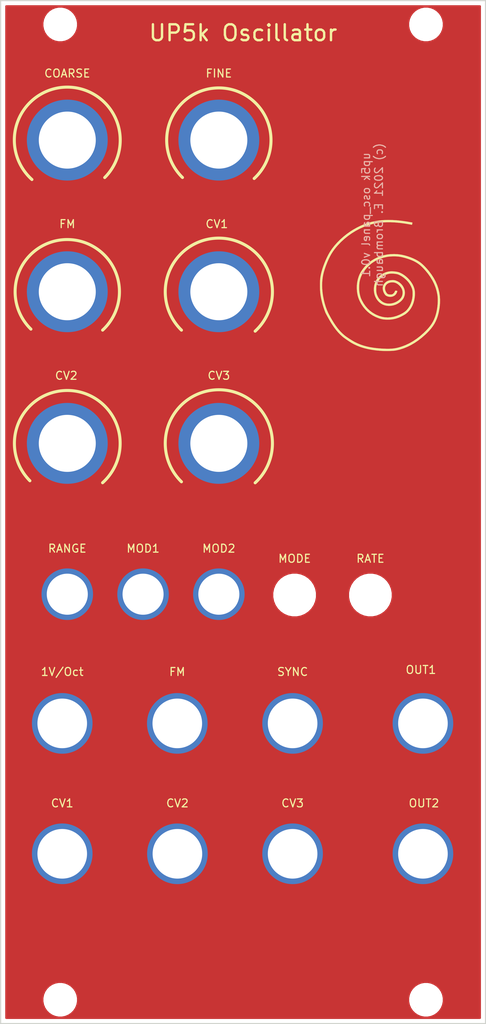
<source format=kicad_pcb>
(kicad_pcb (version 20171130) (host pcbnew 5.1.9-1.fc32)

  (general
    (thickness 1.6)
    (drawings 34)
    (tracks 0)
    (zones 0)
    (modules 24)
    (nets 2)
  )

  (page A4)
  (layers
    (0 F.Cu signal)
    (31 B.Cu signal)
    (32 B.Adhes user)
    (33 F.Adhes user)
    (34 B.Paste user)
    (35 F.Paste user)
    (36 B.SilkS user)
    (37 F.SilkS user)
    (38 B.Mask user)
    (39 F.Mask user)
    (40 Dwgs.User user)
    (41 Cmts.User user)
    (42 Eco1.User user)
    (43 Eco2.User user)
    (44 Edge.Cuts user)
    (45 Margin user)
    (46 B.CrtYd user)
    (47 F.CrtYd user)
    (48 B.Fab user hide)
    (49 F.Fab user)
  )

  (setup
    (last_trace_width 0.1524)
    (trace_clearance 0.1524)
    (zone_clearance 0.508)
    (zone_45_only no)
    (trace_min 0.127)
    (via_size 0.4572)
    (via_drill 0.254)
    (via_min_size 0.4572)
    (via_min_drill 0.254)
    (uvia_size 0.3)
    (uvia_drill 0.1)
    (uvias_allowed no)
    (uvia_min_size 0.2)
    (uvia_min_drill 0.1)
    (edge_width 0.15)
    (segment_width 0.2)
    (pcb_text_width 0.3)
    (pcb_text_size 1.5 1.5)
    (mod_edge_width 0.15)
    (mod_text_size 1 1)
    (mod_text_width 0.15)
    (pad_size 1.524 1.524)
    (pad_drill 0.762)
    (pad_to_mask_clearance 0.051)
    (solder_mask_min_width 0.25)
    (aux_axis_origin 0 0)
    (visible_elements FFFFFF7F)
    (pcbplotparams
      (layerselection 0x010fc_ffffffff)
      (usegerberextensions false)
      (usegerberattributes true)
      (usegerberadvancedattributes true)
      (creategerberjobfile true)
      (excludeedgelayer true)
      (linewidth 0.100000)
      (plotframeref false)
      (viasonmask false)
      (mode 1)
      (useauxorigin false)
      (hpglpennumber 1)
      (hpglpenspeed 20)
      (hpglpendiameter 15.000000)
      (psnegative false)
      (psa4output false)
      (plotreference true)
      (plotvalue true)
      (plotinvisibletext false)
      (padsonsilk false)
      (subtractmaskfromsilk false)
      (outputformat 1)
      (mirror false)
      (drillshape 0)
      (scaleselection 1)
      (outputdirectory "gerber/"))
  )

  (net 0 "")
  (net 1 GND)

  (net_class Default "This is the default net class."
    (clearance 0.1524)
    (trace_width 0.1524)
    (via_dia 0.4572)
    (via_drill 0.254)
    (uvia_dia 0.3)
    (uvia_drill 0.1)
    (add_net GND)
  )

  (net_class Power ""
    (clearance 0.127)
    (trace_width 0.254)
    (via_dia 0.4572)
    (via_drill 0.254)
    (uvia_dia 0.3)
    (uvia_drill 0.1)
  )

  (module footprints:avatar (layer F.Cu) (tedit 0) (tstamp 60677171)
    (at 148.209 74.676)
    (fp_text reference Ref** (at 0 0) (layer F.SilkS) hide
      (effects (font (size 1.27 1.27) (thickness 0.15)))
    )
    (fp_text value Val** (at 0 0) (layer F.SilkS) hide
      (effects (font (size 1.27 1.27) (thickness 0.15)))
    )
    (fp_poly (pts (xy 1.386381 -6.975417) (xy 1.97671 -6.936206) (xy 2.593709 -6.869012) (xy 3.239775 -6.774165)
      (xy 3.513667 -6.727352) (xy 3.633075 -6.706037) (xy 3.73694 -6.687274) (xy 3.818543 -6.672295)
      (xy 3.871166 -6.662332) (xy 3.888185 -6.658681) (xy 3.886397 -6.637112) (xy 3.876062 -6.580883)
      (xy 3.858454 -6.49651) (xy 3.842039 -6.42223) (xy 3.832086 -6.378043) (xy 3.561752 -6.42812)
      (xy 2.911862 -6.537546) (xy 2.292121 -6.61925) (xy 1.700695 -6.673246) (xy 1.135752 -6.699548)
      (xy 0.595458 -6.698171) (xy 0.07798 -6.669128) (xy -0.418514 -6.612435) (xy -0.895857 -6.528104)
      (xy -1.171446 -6.464843) (xy -1.701797 -6.311058) (xy -2.226876 -6.116898) (xy -2.743727 -5.884259)
      (xy -3.249394 -5.615037) (xy -3.740923 -5.311127) (xy -4.21536 -4.974424) (xy -4.669748 -4.606825)
      (xy -5.101133 -4.210224) (xy -5.50656 -3.786518) (xy -5.706232 -3.556) (xy -5.919818 -3.287335)
      (xy -6.117107 -3.010236) (xy -6.300908 -2.719515) (xy -6.474029 -2.409986) (xy -6.63928 -2.076463)
      (xy -6.799468 -1.713759) (xy -6.957403 -1.316688) (xy -7.040601 -1.092065) (xy -7.160209 -0.742618)
      (xy -7.256647 -0.415907) (xy -7.332282 -0.1009) (xy -7.389478 0.213432) (xy -7.430599 0.538119)
      (xy -7.455489 0.843088) (xy -7.467074 1.257508) (xy -7.451652 1.691036) (xy -7.410663 2.136833)
      (xy -7.345546 2.588058) (xy -7.257743 3.037872) (xy -7.148694 3.479435) (xy -7.019838 3.905908)
      (xy -6.872618 4.310451) (xy -6.708472 4.686224) (xy -6.602022 4.895845) (xy -6.379604 5.298865)
      (xy -6.166147 5.664489) (xy -5.959124 5.996068) (xy -5.756009 6.29695) (xy -5.554277 6.570486)
      (xy -5.3514 6.820026) (xy -5.144854 7.048918) (xy -4.932113 7.260513) (xy -4.710649 7.45816)
      (xy -4.602199 7.547697) (xy -4.489333 7.633945) (xy -4.34761 7.734959) (xy -4.1854 7.845357)
      (xy -4.011076 7.959755) (xy -3.833011 8.072768) (xy -3.659574 8.179013) (xy -3.499139 8.273105)
      (xy -3.360078 8.349662) (xy -3.334484 8.362951) (xy -2.985297 8.529489) (xy -2.626301 8.675444)
      (xy -2.253539 8.801712) (xy -1.863055 8.909195) (xy -1.450894 8.998789) (xy -1.0131 9.071395)
      (xy -0.545715 9.127911) (xy -0.044786 9.169235) (xy 0.297678 9.188238) (xy 0.648963 9.199587)
      (xy 0.967175 9.198962) (xy 1.260109 9.185435) (xy 1.535558 9.158073) (xy 1.801319 9.115947)
      (xy 2.065185 9.058127) (xy 2.33495 8.983681) (xy 2.529417 8.921864) (xy 3.01226 8.739791)
      (xy 3.484241 8.518587) (xy 3.946063 8.257791) (xy 4.398428 7.956947) (xy 4.842037 7.615593)
      (xy 5.277593 7.233272) (xy 5.61066 6.907887) (xy 5.874221 6.625098) (xy 6.101781 6.350178)
      (xy 6.297228 6.076818) (xy 6.464448 5.798708) (xy 6.60733 5.50954) (xy 6.729761 5.203005)
      (xy 6.808779 4.963584) (xy 6.89538 4.640841) (xy 6.965834 4.298661) (xy 7.019406 3.945566)
      (xy 7.055361 3.590078) (xy 7.072965 3.240717) (xy 7.071482 2.906004) (xy 7.050179 2.594461)
      (xy 7.027796 2.423584) (xy 6.933675 1.961466) (xy 6.798964 1.508205) (xy 6.623472 1.063431)
      (xy 6.407005 0.626775) (xy 6.149372 0.197867) (xy 5.85038 -0.223662) (xy 5.509836 -0.638181)
      (xy 5.329113 -0.837386) (xy 5.150325 -1.023313) (xy 4.98703 -1.18108) (xy 4.830967 -1.317568)
      (xy 4.673874 -1.439657) (xy 4.50749 -1.554228) (xy 4.352013 -1.651188) (xy 4.117595 -1.779033)
      (xy 3.849789 -1.90287) (xy 3.557527 -2.019723) (xy 3.249742 -2.12662) (xy 2.935367 -2.220584)
      (xy 2.623335 -2.298643) (xy 2.322577 -2.357822) (xy 2.155868 -2.382444) (xy 1.977113 -2.399221)
      (xy 1.770887 -2.408673) (xy 1.548643 -2.411038) (xy 1.321836 -2.406551) (xy 1.101918 -2.395449)
      (xy 0.900343 -2.37797) (xy 0.728565 -2.354349) (xy 0.719667 -2.352779) (xy 0.276481 -2.255307)
      (xy -0.138971 -2.126206) (xy -0.527792 -1.964841) (xy -0.891082 -1.770578) (xy -1.229942 -1.542782)
      (xy -1.545475 -1.280818) (xy -1.838781 -0.984053) (xy -2.013193 -0.778253) (xy -2.193969 -0.539483)
      (xy -2.343389 -0.312655) (xy -2.46671 -0.08846) (xy -2.56919 0.142412) (xy -2.634108 0.32126)
      (xy -2.689938 0.498543) (xy -2.732533 0.659423) (xy -2.76379 0.815452) (xy -2.785605 0.978182)
      (xy -2.799874 1.159164) (xy -2.808493 1.369949) (xy -2.808941 1.386417) (xy -2.811661 1.62558)
      (xy -2.805292 1.835262) (xy -2.788556 2.027588) (xy -2.760174 2.214685) (xy -2.718868 2.408677)
      (xy -2.688405 2.529433) (xy -2.658197 2.641159) (xy -2.631174 2.732076) (xy -2.60314 2.812927)
      (xy -2.569902 2.894452) (xy -2.527265 2.987393) (xy -2.471035 3.102493) (xy -2.441582 3.161576)
      (xy -2.241417 3.516785) (xy -2.010352 3.844827) (xy -1.750107 4.143992) (xy -1.462406 4.412571)
      (xy -1.148971 4.648854) (xy -0.811525 4.85113) (xy -0.665902 4.924183) (xy -0.307084 5.072934)
      (xy 0.053387 5.179413) (xy 0.415569 5.243618) (xy 0.779519 5.265549) (xy 1.145294 5.245203)
      (xy 1.512953 5.182579) (xy 1.882552 5.077677) (xy 2.254148 4.930494) (xy 2.417189 4.852894)
      (xy 2.668232 4.717544) (xy 2.880178 4.581744) (xy 3.056227 4.443288) (xy 3.165877 4.337184)
      (xy 3.366243 4.093097) (xy 3.537455 3.820953) (xy 3.678213 3.524576) (xy 3.787215 3.207787)
      (xy 3.863161 2.874412) (xy 3.904749 2.528273) (xy 3.910679 2.173193) (xy 3.909844 2.150999)
      (xy 3.898252 1.975525) (xy 3.87676 1.823542) (xy 3.841843 1.681592) (xy 3.789975 1.53622)
      (xy 3.717628 1.373969) (xy 3.692845 1.322917) (xy 3.568175 1.097581) (xy 3.421049 0.885705)
      (xy 3.244797 0.678431) (xy 3.08678 0.518065) (xy 2.818731 0.284434) (xy 2.5394 0.089121)
      (xy 2.25548 -0.065845) (xy 2.159186 -0.110374) (xy 2.078558 -0.142844) (xy 2.000534 -0.167044)
      (xy 1.912048 -0.186761) (xy 1.800039 -0.205781) (xy 1.742849 -0.214472) (xy 1.454467 -0.24631)
      (xy 1.192183 -0.250274) (xy 0.949021 -0.224919) (xy 0.718006 -0.168798) (xy 0.492165 -0.080465)
      (xy 0.264522 0.041525) (xy 0.146457 0.116518) (xy -0.065198 0.280075) (xy -0.245635 0.46893)
      (xy -0.39634 0.685235) (xy -0.5188 0.931141) (xy -0.614502 1.208801) (xy -0.618889 1.224568)
      (xy -0.636647 1.296441) (xy -0.649121 1.368229) (xy -0.657158 1.44966) (xy -0.661608 1.550462)
      (xy -0.663318 1.680364) (xy -0.663426 1.735667) (xy -0.6604 1.919719) (xy -0.649627 2.073299)
      (xy -0.628565 2.207948) (xy -0.594669 2.335204) (xy -0.545396 2.466609) (xy -0.478205 2.613703)
      (xy -0.463145 2.644494) (xy -0.407613 2.752023) (xy -0.356073 2.836903) (xy -0.298377 2.913221)
      (xy -0.224371 2.995061) (xy -0.171824 3.048753) (xy 0.0056 3.209358) (xy 0.18402 3.332669)
      (xy 0.37199 3.423046) (xy 0.578063 3.484849) (xy 0.740834 3.51388) (xy 0.974892 3.527008)
      (xy 1.216294 3.50565) (xy 1.458429 3.452591) (xy 1.694687 3.370614) (xy 1.918457 3.262506)
      (xy 2.123127 3.131051) (xy 2.302087 2.979034) (xy 2.448726 2.80924) (xy 2.463604 2.78814)
      (xy 2.564888 2.604248) (xy 2.628378 2.403101) (xy 2.652801 2.188854) (xy 2.653038 2.169584)
      (xy 2.636941 1.955519) (xy 2.585534 1.756281) (xy 2.496954 1.56767) (xy 2.36934 1.385485)
      (xy 2.244268 1.247904) (xy 2.058873 1.086745) (xy 1.865615 0.967107) (xy 1.663947 0.888813)
      (xy 1.453324 0.851687) (xy 1.233196 0.855553) (xy 1.094956 0.877767) (xy 0.906968 0.935824)
      (xy 0.748517 1.021803) (xy 0.62098 1.132015) (xy 0.525734 1.262774) (xy 0.464155 1.410391)
      (xy 0.437621 1.571178) (xy 0.447508 1.741448) (xy 0.495194 1.917514) (xy 0.582055 2.095687)
      (xy 0.618752 2.15314) (xy 0.692676 2.247313) (xy 0.771712 2.312937) (xy 0.864988 2.354232)
      (xy 0.98163 2.375415) (xy 1.11125 2.38077) (xy 1.213095 2.378807) (xy 1.285818 2.371236)
      (xy 1.34249 2.355875) (xy 1.389131 2.334358) (xy 1.480566 2.27007) (xy 1.567398 2.182105)
      (xy 1.638096 2.084027) (xy 1.680492 1.99159) (xy 1.700299 1.932891) (xy 1.720949 1.904916)
      (xy 1.753247 1.897243) (xy 1.777747 1.897793) (xy 1.849712 1.904468) (xy 1.919343 1.914892)
      (xy 1.967669 1.927182) (xy 1.98433 1.948097) (xy 1.979639 1.99175) (xy 1.978745 1.996183)
      (xy 1.962609 2.051042) (xy 1.934348 2.126309) (xy 1.904849 2.194999) (xy 1.813213 2.346058)
      (xy 1.691011 2.472208) (xy 1.543792 2.570627) (xy 1.377105 2.638492) (xy 1.196498 2.672983)
      (xy 1.007521 2.671276) (xy 0.976086 2.667343) (xy 0.792571 2.628097) (xy 0.637663 2.567299)
      (xy 0.51539 2.486769) (xy 0.465478 2.437039) (xy 0.34461 2.268492) (xy 0.250853 2.080639)
      (xy 0.186707 1.882078) (xy 0.154667 1.681403) (xy 0.157231 1.487211) (xy 0.168337 1.414127)
      (xy 0.216275 1.243146) (xy 0.291645 1.093073) (xy 0.400714 0.952361) (xy 0.442893 0.90829)
      (xy 0.588763 0.783058) (xy 0.747836 0.688802) (xy 0.925645 0.623519) (xy 1.127725 0.585207)
      (xy 1.359611 0.571862) (xy 1.372711 0.571813) (xy 1.487951 0.573103) (xy 1.57607 0.578782)
      (xy 1.652224 0.591041) (xy 1.731568 0.612071) (xy 1.797082 0.633171) (xy 2.034714 0.733452)
      (xy 2.251379 0.866128) (xy 2.443997 1.027302) (xy 2.609488 1.213075) (xy 2.744775 1.419548)
      (xy 2.846777 1.642822) (xy 2.912415 1.878999) (xy 2.936759 2.076154) (xy 2.933758 2.294272)
      (xy 2.898064 2.501602) (xy 2.827243 2.710021) (xy 2.789653 2.794) (xy 2.691914 2.958394)
      (xy 2.55835 3.120958) (xy 2.395324 3.276354) (xy 2.209198 3.419243) (xy 2.006335 3.544287)
      (xy 1.793098 3.646148) (xy 1.756838 3.660557) (xy 1.486508 3.744972) (xy 1.207744 3.794657)
      (xy 0.92794 3.80929) (xy 0.654486 3.788549) (xy 0.394776 3.732113) (xy 0.359834 3.721313)
      (xy 0.111777 3.620246) (xy -0.114519 3.485238) (xy -0.31752 3.319538) (xy -0.495688 3.126395)
      (xy -0.647488 2.909059) (xy -0.771384 2.670779) (xy -0.86584 2.414803) (xy -0.92932 2.144381)
      (xy -0.960287 1.862762) (xy -0.957206 1.573196) (xy -0.918541 1.278931) (xy -0.878014 1.102927)
      (xy -0.779993 0.811724) (xy -0.648937 0.546599) (xy -0.484468 0.30711) (xy -0.286206 0.092815)
      (xy -0.053774 -0.096729) (xy 0.213206 -0.261962) (xy 0.348781 -0.330429) (xy 0.571813 -0.421735)
      (xy 0.800758 -0.486006) (xy 1.041258 -0.523774) (xy 1.298953 -0.535571) (xy 1.579484 -0.521928)
      (xy 1.888492 -0.483379) (xy 1.919087 -0.478513) (xy 2.146092 -0.423163) (xy 2.381113 -0.331302)
      (xy 2.619387 -0.206776) (xy 2.856155 -0.053432) (xy 3.086656 0.124881) (xy 3.30613 0.324316)
      (xy 3.509817 0.541026) (xy 3.692955 0.771163) (xy 3.850784 1.01088) (xy 3.922763 1.14092)
      (xy 4.029829 1.368756) (xy 4.110327 1.589923) (xy 4.165409 1.812129) (xy 4.19623 2.043081)
      (xy 4.203942 2.290488) (xy 4.1897 2.562056) (xy 4.167011 2.772834) (xy 4.103093 3.133069)
      (xy 4.005438 3.474338) (xy 3.875372 3.794201) (xy 3.714217 4.090218) (xy 3.523296 4.35995)
      (xy 3.303932 4.600957) (xy 3.064344 4.805644) (xy 2.965036 4.873356) (xy 2.835812 4.951304)
      (xy 2.686243 5.034462) (xy 2.525899 5.117802) (xy 2.36435 5.196297) (xy 2.211165 5.264921)
      (xy 2.117095 5.303213) (xy 1.785175 5.413501) (xy 1.447695 5.489039) (xy 1.097343 5.531008)
      (xy 0.726806 5.540587) (xy 0.656167 5.538924) (xy 0.435138 5.528211) (xy 0.242591 5.509226)
      (xy 0.06509 5.479621) (xy -0.110801 5.437045) (xy -0.298517 5.379149) (xy -0.342023 5.364369)
      (xy -0.733419 5.207908) (xy -1.100978 5.016701) (xy -1.443661 4.791672) (xy -1.760431 4.533743)
      (xy -2.05025 4.243839) (xy -2.312078 3.922884) (xy -2.54488 3.571799) (xy -2.719799 3.249084)
      (xy -2.833278 2.998251) (xy -2.923556 2.751366) (xy -2.994057 2.496483) (xy -3.048207 2.221656)
      (xy -3.080826 1.989667) (xy -3.108322 1.599567) (xy -3.098178 1.206795) (xy -3.051348 0.817475)
      (xy -2.968785 0.43773) (xy -2.851445 0.073683) (xy -2.74229 -0.183046) (xy -2.614264 -0.42279)
      (xy -2.454704 -0.671887) (xy -2.27041 -0.921727) (xy -2.068182 -1.163698) (xy -1.854818 -1.38919)
      (xy -1.637119 -1.589592) (xy -1.620593 -1.60355) (xy -1.283454 -1.859141) (xy -0.921138 -2.082611)
      (xy -0.536921 -2.273181) (xy -0.134081 -2.430075) (xy 0.284106 -2.552516) (xy 0.714364 -2.639726)
      (xy 1.153416 -2.69093) (xy 1.597987 -2.705349) (xy 2.044798 -2.682207) (xy 2.490575 -2.620727)
      (xy 2.589025 -2.601809) (xy 2.943579 -2.519177) (xy 3.297974 -2.415669) (xy 3.645509 -2.294088)
      (xy 3.979485 -2.157238) (xy 4.293204 -2.007921) (xy 4.579964 -1.848942) (xy 4.833068 -1.683102)
      (xy 4.896114 -1.636489) (xy 5.083422 -1.48287) (xy 5.284838 -1.297151) (xy 5.494983 -1.084817)
      (xy 5.708481 -0.851349) (xy 5.919955 -0.602233) (xy 5.9661 -0.54534) (xy 6.285713 -0.119406)
      (xy 6.563412 0.311876) (xy 6.799367 0.74925) (xy 6.993746 1.193459) (xy 7.14672 1.645247)
      (xy 7.258456 2.105359) (xy 7.329124 2.574537) (xy 7.358893 3.053527) (xy 7.347932 3.543071)
      (xy 7.296409 4.043914) (xy 7.204495 4.556799) (xy 7.164865 4.73075) (xy 7.06677 5.091712)
      (xy 6.949811 5.429909) (xy 6.811129 5.749974) (xy 6.647869 6.056537) (xy 6.457172 6.354228)
      (xy 6.236182 6.647679) (xy 5.982041 6.941521) (xy 5.691892 7.240384) (xy 5.508098 7.415878)
      (xy 5.073951 7.79745) (xy 4.630164 8.142512) (xy 4.178356 8.450127) (xy 3.720149 8.719359)
      (xy 3.257165 8.949272) (xy 2.791023 9.138928) (xy 2.323347 9.287392) (xy 2.2225 9.313904)
      (xy 2.044022 9.357473) (xy 1.884327 9.392234) (xy 1.734586 9.419209) (xy 1.585971 9.439416)
      (xy 1.429651 9.453876) (xy 1.2568 9.463606) (xy 1.058588 9.469627) (xy 0.846667 9.472762)
      (xy 0.674179 9.473718) (xy 0.500448 9.473319) (xy 0.334378 9.471685) (xy 0.184872 9.468936)
      (xy 0.060835 9.465192) (xy -0.021166 9.461102) (xy -0.616506 9.408955) (xy -1.177228 9.334015)
      (xy -1.704602 9.235946) (xy -2.199896 9.114411) (xy -2.66438 8.969074) (xy -3.09932 8.7996)
      (xy -3.505988 8.605652) (xy -3.739172 8.476087) (xy -3.882451 8.389069) (xy -4.042704 8.28693)
      (xy -4.212048 8.175099) (xy -4.382599 8.059002) (xy -4.546474 7.944068) (xy -4.695789 7.835723)
      (xy -4.822662 7.739396) (xy -4.900083 7.676841) (xy -5.185082 7.418986) (xy -5.460801 7.132108)
      (xy -5.729532 6.813371) (xy -5.993567 6.459939) (xy -6.255198 6.068975) (xy -6.433937 5.7785)
      (xy -6.504733 5.657985) (xy -6.582359 5.522849) (xy -6.663632 5.378928) (xy -6.745368 5.232053)
      (xy -6.824385 5.088058) (xy -6.897501 4.952776) (xy -6.961533 4.832042) (xy -7.013298 4.731687)
      (xy -7.049614 4.657547) (xy -7.065315 4.621271) (xy -7.150689 4.388135) (xy -7.22265 4.186736)
      (xy -7.28361 4.009544) (xy -7.335977 3.84903) (xy -7.382163 3.697666) (xy -7.424575 3.547923)
      (xy -7.465625 3.39227) (xy -7.490974 3.291417) (xy -7.562195 2.989514) (xy -7.61919 2.712973)
      (xy -7.663249 2.451044) (xy -7.695661 2.192982) (xy -7.717717 1.928037) (xy -7.730706 1.645463)
      (xy -7.73592 1.334511) (xy -7.736161 1.248834) (xy -7.735117 1.009141) (xy -7.731278 0.80337)
      (xy -7.723896 0.623159) (xy -7.71222 0.460146) (xy -7.695501 0.305968) (xy -7.672989 0.152263)
      (xy -7.643935 -0.00933) (xy -7.607588 -0.187174) (xy -7.607282 -0.188607) (xy -7.53032 -0.503938)
      (xy -7.430006 -0.843085) (xy -7.309919 -1.197201) (xy -7.173636 -1.557436) (xy -7.024734 -1.914942)
      (xy -6.866792 -2.260873) (xy -6.703386 -2.586378) (xy -6.538094 -2.882611) (xy -6.477935 -2.981802)
      (xy -6.21007 -3.378651) (xy -5.903847 -3.770788) (xy -5.56323 -4.154422) (xy -5.192185 -4.52576)
      (xy -4.794677 -4.88101) (xy -4.374672 -5.216379) (xy -3.936133 -5.528075) (xy -3.577166 -5.756305)
      (xy -3.121756 -6.014965) (xy -2.663637 -6.242362) (xy -2.200413 -6.438823) (xy -1.729687 -6.604677)
      (xy -1.249064 -6.740251) (xy -0.756147 -6.845874) (xy -0.24854 -6.921874) (xy 0.276153 -6.968579)
      (xy 0.820328 -6.986317) (xy 1.386381 -6.975417)) (layer F.SilkS) (width 0.01))
  )

  (module "footprints:Mount Hole Euro Rack" (layer F.Cu) (tedit 60666704) (tstamp 60666ADD)
    (at 107.823 43.1292)
    (path /606741CC)
    (fp_text reference H1 (at 0 0.5) (layer F.SilkS)
      (effects (font (size 1 1) (thickness 0.15)))
    )
    (fp_text value MountingHole (at 0 -0.5) (layer F.Fab)
      (effects (font (size 1 1) (thickness 0.15)))
    )
    (pad "" np_thru_hole circle (at 0 0) (size 3.2 3.2) (drill 3.2) (layers *.Cu *.Mask)
      (clearance 0.3))
  )

  (module "footprints:Mount Hole TT Pot" (layer F.Cu) (tedit 606662DC) (tstamp 60666AE2)
    (at 108.712 57.658)
    (path /606660FD)
    (fp_text reference H2 (at 0 0.5) (layer F.SilkS)
      (effects (font (size 1 1) (thickness 0.15)))
    )
    (fp_text value MountingHole_Pad (at 0 -0.5) (layer F.Fab)
      (effects (font (size 1 1) (thickness 0.15)))
    )
    (pad 1 thru_hole circle (at 0 0) (size 10.163 10.163) (drill 7.163) (layers *.Cu *.Mask)
      (net 1 GND))
  )

  (module "footprints:Mount Hole TT Pot" (layer F.Cu) (tedit 606662DC) (tstamp 60666AE7)
    (at 108.712 76.708)
    (path /6066645E)
    (fp_text reference H3 (at 0 0.5) (layer F.SilkS)
      (effects (font (size 1 1) (thickness 0.15)))
    )
    (fp_text value MountingHole_Pad (at 0 -0.5) (layer F.Fab)
      (effects (font (size 1 1) (thickness 0.15)))
    )
    (pad 1 thru_hole circle (at 0 0) (size 10.163 10.163) (drill 7.163) (layers *.Cu *.Mask)
      (net 1 GND))
  )

  (module "footprints:Mount Hole TT Pot" (layer F.Cu) (tedit 606662DC) (tstamp 60666AEC)
    (at 108.712 95.758)
    (path /6066680E)
    (fp_text reference H4 (at 0 0.5) (layer F.SilkS)
      (effects (font (size 1 1) (thickness 0.15)))
    )
    (fp_text value MountingHole_Pad (at 0 -0.5) (layer F.Fab)
      (effects (font (size 1 1) (thickness 0.15)))
    )
    (pad 1 thru_hole circle (at 0 0) (size 10.163 10.163) (drill 7.163) (layers *.Cu *.Mask)
      (net 1 GND))
  )

  (module "footprints:Lightpipe LPCR" (layer F.Cu) (tedit 6066690F) (tstamp 60666AF1)
    (at 137.287 114.808)
    (path /60672077)
    (fp_text reference H5 (at 0 0.5) (layer F.SilkS)
      (effects (font (size 1 1) (thickness 0.15)))
    )
    (fp_text value MountingHole (at 0 -0.5) (layer F.Fab)
      (effects (font (size 1 1) (thickness 0.15)))
    )
    (pad "" np_thru_hole circle (at 0 0) (size 4.34 4.34) (drill 4.34) (layers *.Cu *.Mask)
      (clearance 0.1))
  )

  (module footprints:Mount_Hole_Thonk (layer F.Cu) (tedit 6066625D) (tstamp 60666AF6)
    (at 108.077 130.937)
    (path /60667894)
    (fp_text reference H6 (at 0 0.5) (layer F.SilkS)
      (effects (font (size 1 1) (thickness 0.15)))
    )
    (fp_text value MountingHole_Pad (at 0 -0.5) (layer F.Fab)
      (effects (font (size 1 1) (thickness 0.15)))
    )
    (pad 1 thru_hole circle (at 0 0) (size 7.62 7.62) (drill 6.233) (layers *.Cu *.Mask)
      (net 1 GND))
  )

  (module "footprints:Mount Hole Euro Rack" (layer F.Cu) (tedit 60666704) (tstamp 60666B00)
    (at 107.823 165.6588)
    (path /60672354)
    (fp_text reference H8 (at 0 0.5) (layer F.SilkS)
      (effects (font (size 1 1) (thickness 0.15)))
    )
    (fp_text value MountingHole (at 0 -0.5) (layer F.Fab)
      (effects (font (size 1 1) (thickness 0.15)))
    )
    (pad "" np_thru_hole circle (at 0 0) (size 3.2 3.2) (drill 3.2) (layers *.Cu *.Mask)
      (clearance 0.3))
  )

  (module "footprints:Mount Hole Euro Rack" (layer F.Cu) (tedit 60666704) (tstamp 60666B05)
    (at 153.797 43.1292)
    (path /606741D2)
    (fp_text reference H9 (at 0 0.5) (layer F.SilkS)
      (effects (font (size 1 1) (thickness 0.15)))
    )
    (fp_text value MountingHole (at 0 -0.5) (layer F.Fab)
      (effects (font (size 1 1) (thickness 0.15)))
    )
    (pad "" np_thru_hole circle (at 0 0) (size 3.2 3.2) (drill 3.2) (layers *.Cu *.Mask)
      (clearance 0.3))
  )

  (module "footprints:Mount Hole TT Pot" (layer F.Cu) (tedit 606662DC) (tstamp 60666B0A)
    (at 127.762 57.658)
    (path /60667832)
    (fp_text reference H10 (at 0 0.5) (layer F.SilkS)
      (effects (font (size 1 1) (thickness 0.15)))
    )
    (fp_text value MountingHole_Pad (at 0 -0.5) (layer F.Fab)
      (effects (font (size 1 1) (thickness 0.15)))
    )
    (pad 1 thru_hole circle (at 0 0) (size 10.163 10.163) (drill 7.163) (layers *.Cu *.Mask)
      (net 1 GND))
  )

  (module "footprints:Mount Hole TT Pot" (layer F.Cu) (tedit 606662DC) (tstamp 60666B0F)
    (at 127.762 76.708)
    (path /60667838)
    (fp_text reference H11 (at 0 0.5) (layer F.SilkS)
      (effects (font (size 1 1) (thickness 0.15)))
    )
    (fp_text value MountingHole_Pad (at 0 -0.5) (layer F.Fab)
      (effects (font (size 1 1) (thickness 0.15)))
    )
    (pad 1 thru_hole circle (at 0 0) (size 10.163 10.163) (drill 7.163) (layers *.Cu *.Mask)
      (net 1 GND))
  )

  (module "footprints:Mount Hole TT Pot" (layer F.Cu) (tedit 606662DC) (tstamp 60666B14)
    (at 127.762 95.758)
    (path /6066783E)
    (fp_text reference H12 (at 0 0.5) (layer F.SilkS)
      (effects (font (size 1 1) (thickness 0.15)))
    )
    (fp_text value MountingHole_Pad (at 0 -0.5) (layer F.Fab)
      (effects (font (size 1 1) (thickness 0.15)))
    )
    (pad 1 thru_hole circle (at 0 0) (size 10.163 10.163) (drill 7.163) (layers *.Cu *.Mask)
      (net 1 GND))
  )

  (module "footprints:Lightpipe LPCR" (layer F.Cu) (tedit 6066690F) (tstamp 60666B19)
    (at 146.812 114.808)
    (path /60672843)
    (fp_text reference H13 (at 0 0.5) (layer F.SilkS)
      (effects (font (size 1 1) (thickness 0.15)))
    )
    (fp_text value MountingHole (at 0 -0.5) (layer F.Fab)
      (effects (font (size 1 1) (thickness 0.15)))
    )
    (pad "" np_thru_hole circle (at 0 0) (size 4.34 4.34) (drill 4.34) (layers *.Cu *.Mask)
      (clearance 0.1))
  )

  (module footprints:Mount_Hole_Thonk (layer F.Cu) (tedit 6066625D) (tstamp 60666B1E)
    (at 122.53976 130.937)
    (path /60668D86)
    (fp_text reference H14 (at 0 0.5) (layer F.SilkS)
      (effects (font (size 1 1) (thickness 0.15)))
    )
    (fp_text value MountingHole_Pad (at 0 -0.5) (layer F.Fab)
      (effects (font (size 1 1) (thickness 0.15)))
    )
    (pad 1 thru_hole circle (at 0 0) (size 7.62 7.62) (drill 6.233) (layers *.Cu *.Mask)
      (net 1 GND))
  )

  (module footprints:Mount_Hole_Thonk (layer F.Cu) (tedit 6066625D) (tstamp 60666B23)
    (at 122.555 147.32)
    (path /60668D8C)
    (fp_text reference H15 (at 0 0.5) (layer F.SilkS)
      (effects (font (size 1 1) (thickness 0.15)))
    )
    (fp_text value MountingHole_Pad (at 0 -0.5) (layer F.Fab)
      (effects (font (size 1 1) (thickness 0.15)))
    )
    (pad 1 thru_hole circle (at 0 0) (size 7.62 7.62) (drill 6.233) (layers *.Cu *.Mask)
      (net 1 GND))
  )

  (module "footprints:Mount Hole Euro Rack" (layer F.Cu) (tedit 60666704) (tstamp 60666B28)
    (at 153.797 165.6588)
    (path /60672C10)
    (fp_text reference H16 (at 0 0.5) (layer F.SilkS)
      (effects (font (size 1 1) (thickness 0.15)))
    )
    (fp_text value MountingHole (at 0 -0.5) (layer F.Fab)
      (effects (font (size 1 1) (thickness 0.15)))
    )
    (pad "" np_thru_hole circle (at 0 0) (size 3.2 3.2) (drill 3.2) (layers *.Cu *.Mask)
      (clearance 0.3))
  )

  (module "footprints:Mount Hole Toggle Submini" (layer F.Cu) (tedit 6066655E) (tstamp 60666B2D)
    (at 108.712 114.808)
    (path /6066EE3D)
    (fp_text reference H17 (at 0 0.5) (layer F.SilkS)
      (effects (font (size 1 1) (thickness 0.15)))
    )
    (fp_text value MountingHole_Pad (at 0 -0.5) (layer F.Fab)
      (effects (font (size 1 1) (thickness 0.15)))
    )
    (pad 1 thru_hole circle (at 0 -0.1) (size 6.477 6.477) (drill 5.156) (layers *.Cu *.Mask)
      (net 1 GND))
  )

  (module footprints:Mount_Hole_Thonk (layer F.Cu) (tedit 6066625D) (tstamp 60666B32)
    (at 137.033 130.937)
    (path /6066A1C6)
    (fp_text reference H18 (at 0 0.5) (layer F.SilkS)
      (effects (font (size 1 1) (thickness 0.15)))
    )
    (fp_text value MountingHole_Pad (at 0 -0.5) (layer F.Fab)
      (effects (font (size 1 1) (thickness 0.15)))
    )
    (pad 1 thru_hole circle (at 0 0) (size 7.62 7.62) (drill 6.233) (layers *.Cu *.Mask)
      (net 1 GND))
  )

  (module footprints:Mount_Hole_Thonk (layer F.Cu) (tedit 6066625D) (tstamp 60666B37)
    (at 137.033 147.32)
    (path /6066A1CC)
    (fp_text reference H19 (at 0 0.5) (layer F.SilkS)
      (effects (font (size 1 1) (thickness 0.15)))
    )
    (fp_text value MountingHole_Pad (at 0 -0.5) (layer F.Fab)
      (effects (font (size 1 1) (thickness 0.15)))
    )
    (pad 1 thru_hole circle (at 0 0) (size 7.62 7.62) (drill 6.233) (layers *.Cu *.Mask)
      (net 1 GND))
  )

  (module "footprints:Mount Hole Toggle Submini" (layer F.Cu) (tedit 6066655E) (tstamp 60666B3C)
    (at 118.237 114.808)
    (path /6066EE43)
    (fp_text reference H20 (at 0 0.5) (layer F.SilkS)
      (effects (font (size 1 1) (thickness 0.15)))
    )
    (fp_text value MountingHole_Pad (at 0 -0.5) (layer F.Fab)
      (effects (font (size 1 1) (thickness 0.15)))
    )
    (pad 1 thru_hole circle (at 0 -0.1) (size 6.477 6.477) (drill 5.156) (layers *.Cu *.Mask)
      (net 1 GND))
  )

  (module footprints:Mount_Hole_Thonk (layer F.Cu) (tedit 6066625D) (tstamp 60666B41)
    (at 153.416 130.937)
    (path /6066A1D2)
    (fp_text reference H21 (at 0 0.5) (layer F.SilkS)
      (effects (font (size 1 1) (thickness 0.15)))
    )
    (fp_text value MountingHole_Pad (at 0 -0.5) (layer F.Fab)
      (effects (font (size 1 1) (thickness 0.15)))
    )
    (pad 1 thru_hole circle (at 0 0) (size 7.62 7.62) (drill 6.233) (layers *.Cu *.Mask)
      (net 1 GND))
  )

  (module footprints:Mount_Hole_Thonk (layer F.Cu) (tedit 6066625D) (tstamp 60666B46)
    (at 153.416 147.32)
    (path /6066A1D8)
    (fp_text reference H22 (at 0 0.5) (layer F.SilkS)
      (effects (font (size 1 1) (thickness 0.15)))
    )
    (fp_text value MountingHole_Pad (at 0 -0.5) (layer F.Fab)
      (effects (font (size 1 1) (thickness 0.15)))
    )
    (pad 1 thru_hole circle (at 0 0) (size 7.62 7.62) (drill 6.233) (layers *.Cu *.Mask)
      (net 1 GND))
  )

  (module "footprints:Mount Hole Toggle Submini" (layer F.Cu) (tedit 6066655E) (tstamp 60666B4B)
    (at 127.762 114.808)
    (path /6066F7FE)
    (fp_text reference H23 (at 0 0.5) (layer F.SilkS)
      (effects (font (size 1 1) (thickness 0.15)))
    )
    (fp_text value MountingHole_Pad (at 0 -0.5) (layer F.Fab)
      (effects (font (size 1 1) (thickness 0.15)))
    )
    (pad 1 thru_hole circle (at 0 -0.1) (size 6.477 6.477) (drill 5.156) (layers *.Cu *.Mask)
      (net 1 GND))
  )

  (module footprints:Mount_Hole_Thonk (layer F.Cu) (tedit 6066625D) (tstamp 60666C78)
    (at 108.077 147.32)
    (path /60667BB5)
    (fp_text reference H7 (at 0 0.5) (layer F.SilkS)
      (effects (font (size 1 1) (thickness 0.15)))
    )
    (fp_text value MountingHole_Pad (at 0 -0.5) (layer F.Fab)
      (effects (font (size 1 1) (thickness 0.15)))
    )
    (pad 1 thru_hole circle (at 0 0) (size 7.62 7.62) (drill 6.233) (layers *.Cu *.Mask)
      (net 1 GND))
  )

  (gr_text "up5k osc_panel v0.1\n(c) 2021 E. Brombaugh" (at 147.066 67.056 90) (layer B.SilkS)
    (effects (font (size 1 1) (thickness 0.15)) (justify mirror))
  )
  (gr_text RATE (at 146.812 110.236) (layer F.SilkS)
    (effects (font (size 1 1) (thickness 0.15)))
  )
  (gr_text MODE (at 137.287 110.236) (layer F.SilkS)
    (effects (font (size 1 1) (thickness 0.15)))
  )
  (gr_text MOD2 (at 127.762 108.966) (layer F.SilkS)
    (effects (font (size 1 1) (thickness 0.15)))
  )
  (gr_text MOD1 (at 118.237 108.966) (layer F.SilkS)
    (effects (font (size 1 1) (thickness 0.15)))
  )
  (gr_text RANGE (at 108.712 108.966) (layer F.SilkS)
    (effects (font (size 1 1) (thickness 0.15)))
  )
  (gr_text CV1 (at 108.077 140.97) (layer F.SilkS)
    (effects (font (size 1 1) (thickness 0.15)))
  )
  (gr_text CV2 (at 122.555 140.97) (layer F.SilkS)
    (effects (font (size 1 1) (thickness 0.15)))
  )
  (gr_text CV3 (at 137.033 140.97) (layer F.SilkS)
    (effects (font (size 1 1) (thickness 0.15)))
  )
  (gr_text OUT2 (at 153.543 140.97) (layer F.SilkS)
    (effects (font (size 1 1) (thickness 0.15)))
  )
  (gr_text OUT1 (at 153.162 124.206) (layer F.SilkS)
    (effects (font (size 1 1) (thickness 0.15)))
  )
  (gr_text SYNC (at 137.033 124.46) (layer F.SilkS)
    (effects (font (size 1 1) (thickness 0.15)))
  )
  (gr_text FM (at 122.5296 124.46) (layer F.SilkS)
    (effects (font (size 1 1) (thickness 0.15)))
  )
  (gr_text 1V/Oct (at 108.077 124.46) (layer F.SilkS)
    (effects (font (size 1 1) (thickness 0.15)))
  )
  (gr_text CV3 (at 127.762 87.249) (layer F.SilkS)
    (effects (font (size 1 1) (thickness 0.15)))
  )
  (gr_text CV2 (at 108.585 87.249) (layer F.SilkS)
    (effects (font (size 1 1) (thickness 0.15)))
  )
  (gr_text CV1 (at 127.508 68.199) (layer F.SilkS)
    (effects (font (size 1 1) (thickness 0.15)))
  )
  (gr_text FM (at 108.712 68.199) (layer F.SilkS)
    (effects (font (size 1 1) (thickness 0.15)))
  )
  (gr_text FINE (at 127.762 49.276) (layer F.SilkS)
    (effects (font (size 1 1) (thickness 0.15)))
  )
  (gr_text COARSE (at 108.712 49.276) (layer F.SilkS)
    (effects (font (size 1 1) (thickness 0.15)))
  )
  (gr_arc (start 127.762 95.758) (end 123.063 100.584) (angle 273.1) (layer F.SilkS) (width 0.381) (tstamp 60668198))
  (gr_arc (start 108.712 95.758) (end 104.013 100.457) (angle 273.1) (layer F.SilkS) (width 0.381) (tstamp 60668198))
  (gr_arc (start 127.762 76.708) (end 123.063 81.534) (angle 273.1) (layer F.SilkS) (width 0.381) (tstamp 60668198))
  (gr_arc (start 108.712 76.708) (end 104.14 81.407) (angle 273.1381215) (layer F.SilkS) (width 0.381) (tstamp 60668198))
  (gr_arc (start 108.712 57.658) (end 104.267 62.611) (angle 273.1) (layer F.SilkS) (width 0.381) (tstamp 60668198))
  (gr_arc (start 127.762 57.658) (end 123.19 62.357) (angle 273.1381215) (layer F.SilkS) (width 0.381))
  (gr_text "UP5k Oscillator" (at 130.81 44.196) (layer F.SilkS)
    (effects (font (size 2 2) (thickness 0.3)))
  )
  (gr_line (start 100.33 40.132) (end 100.33 168.656) (layer Edge.Cuts) (width 0.15) (tstamp 60665826))
  (gr_line (start 161.29 40.132) (end 100.33 40.132) (layer Edge.Cuts) (width 0.15))
  (gr_line (start 161.29 97.028) (end 161.29 40.132) (layer Edge.Cuts) (width 0.15))
  (gr_line (start 161.29 168.656) (end 161.29 97.028) (layer Edge.Cuts) (width 0.15))
  (gr_line (start 100.33 168.656) (end 161.29 168.656) (layer Edge.Cuts) (width 0.15))
  (gr_line (start 100.584 152.4) (end 102.616 152.4) (layer F.Fab) (width 0.15))
  (gr_line (start 101.6 151.765) (end 101.6 153.035) (layer F.Fab) (width 0.15))

  (zone (net 1) (net_name GND) (layer F.Cu) (tstamp 606691D8) (hatch edge 0.508)
    (connect_pads yes (clearance 0.508))
    (min_thickness 0.254)
    (fill yes (arc_segments 32) (thermal_gap 0.508) (thermal_bridge_width 0.508))
    (polygon
      (pts
        (xy 161.036 168.402) (xy 100.711 168.402) (xy 100.711 40.513) (xy 160.909 40.513)
      )
    )
    (filled_polygon
      (pts
        (xy 160.58 97.062876) (xy 160.580001 97.062886) (xy 160.58 167.946) (xy 101.04 167.946) (xy 101.04 165.438672)
        (xy 105.588 165.438672) (xy 105.588 165.878928) (xy 105.67389 166.310725) (xy 105.842369 166.717469) (xy 106.086962 167.083529)
        (xy 106.398271 167.394838) (xy 106.764331 167.639431) (xy 107.171075 167.80791) (xy 107.602872 167.8938) (xy 108.043128 167.8938)
        (xy 108.474925 167.80791) (xy 108.881669 167.639431) (xy 109.247729 167.394838) (xy 109.559038 167.083529) (xy 109.803631 166.717469)
        (xy 109.97211 166.310725) (xy 110.058 165.878928) (xy 110.058 165.438672) (xy 151.562 165.438672) (xy 151.562 165.878928)
        (xy 151.64789 166.310725) (xy 151.816369 166.717469) (xy 152.060962 167.083529) (xy 152.372271 167.394838) (xy 152.738331 167.639431)
        (xy 153.145075 167.80791) (xy 153.576872 167.8938) (xy 154.017128 167.8938) (xy 154.448925 167.80791) (xy 154.855669 167.639431)
        (xy 155.221729 167.394838) (xy 155.533038 167.083529) (xy 155.777631 166.717469) (xy 155.94611 166.310725) (xy 156.032 165.878928)
        (xy 156.032 165.438672) (xy 155.94611 165.006875) (xy 155.777631 164.600131) (xy 155.533038 164.234071) (xy 155.221729 163.922762)
        (xy 154.855669 163.678169) (xy 154.448925 163.50969) (xy 154.017128 163.4238) (xy 153.576872 163.4238) (xy 153.145075 163.50969)
        (xy 152.738331 163.678169) (xy 152.372271 163.922762) (xy 152.060962 164.234071) (xy 151.816369 164.600131) (xy 151.64789 165.006875)
        (xy 151.562 165.438672) (xy 110.058 165.438672) (xy 109.97211 165.006875) (xy 109.803631 164.600131) (xy 109.559038 164.234071)
        (xy 109.247729 163.922762) (xy 108.881669 163.678169) (xy 108.474925 163.50969) (xy 108.043128 163.4238) (xy 107.602872 163.4238)
        (xy 107.171075 163.50969) (xy 106.764331 163.678169) (xy 106.398271 163.922762) (xy 106.086962 164.234071) (xy 105.842369 164.600131)
        (xy 105.67389 165.006875) (xy 105.588 165.438672) (xy 101.04 165.438672) (xy 101.04 114.531732) (xy 134.482 114.531732)
        (xy 134.482 115.084268) (xy 134.589795 115.626188) (xy 134.801241 116.136666) (xy 135.108214 116.596083) (xy 135.498917 116.986786)
        (xy 135.958334 117.293759) (xy 136.468812 117.505205) (xy 137.010732 117.613) (xy 137.563268 117.613) (xy 138.105188 117.505205)
        (xy 138.615666 117.293759) (xy 139.075083 116.986786) (xy 139.465786 116.596083) (xy 139.772759 116.136666) (xy 139.984205 115.626188)
        (xy 140.092 115.084268) (xy 140.092 114.531732) (xy 144.007 114.531732) (xy 144.007 115.084268) (xy 144.114795 115.626188)
        (xy 144.326241 116.136666) (xy 144.633214 116.596083) (xy 145.023917 116.986786) (xy 145.483334 117.293759) (xy 145.993812 117.505205)
        (xy 146.535732 117.613) (xy 147.088268 117.613) (xy 147.630188 117.505205) (xy 148.140666 117.293759) (xy 148.600083 116.986786)
        (xy 148.990786 116.596083) (xy 149.297759 116.136666) (xy 149.509205 115.626188) (xy 149.617 115.084268) (xy 149.617 114.531732)
        (xy 149.509205 113.989812) (xy 149.297759 113.479334) (xy 148.990786 113.019917) (xy 148.600083 112.629214) (xy 148.140666 112.322241)
        (xy 147.630188 112.110795) (xy 147.088268 112.003) (xy 146.535732 112.003) (xy 145.993812 112.110795) (xy 145.483334 112.322241)
        (xy 145.023917 112.629214) (xy 144.633214 113.019917) (xy 144.326241 113.479334) (xy 144.114795 113.989812) (xy 144.007 114.531732)
        (xy 140.092 114.531732) (xy 139.984205 113.989812) (xy 139.772759 113.479334) (xy 139.465786 113.019917) (xy 139.075083 112.629214)
        (xy 138.615666 112.322241) (xy 138.105188 112.110795) (xy 137.563268 112.003) (xy 137.010732 112.003) (xy 136.468812 112.110795)
        (xy 135.958334 112.322241) (xy 135.498917 112.629214) (xy 135.108214 113.019917) (xy 134.801241 113.479334) (xy 134.589795 113.989812)
        (xy 134.482 114.531732) (xy 101.04 114.531732) (xy 101.04 42.909072) (xy 105.588 42.909072) (xy 105.588 43.349328)
        (xy 105.67389 43.781125) (xy 105.842369 44.187869) (xy 106.086962 44.553929) (xy 106.398271 44.865238) (xy 106.764331 45.109831)
        (xy 107.171075 45.27831) (xy 107.602872 45.3642) (xy 108.043128 45.3642) (xy 108.474925 45.27831) (xy 108.881669 45.109831)
        (xy 109.247729 44.865238) (xy 109.559038 44.553929) (xy 109.803631 44.187869) (xy 109.97211 43.781125) (xy 110.058 43.349328)
        (xy 110.058 42.909072) (xy 151.562 42.909072) (xy 151.562 43.349328) (xy 151.64789 43.781125) (xy 151.816369 44.187869)
        (xy 152.060962 44.553929) (xy 152.372271 44.865238) (xy 152.738331 45.109831) (xy 153.145075 45.27831) (xy 153.576872 45.3642)
        (xy 154.017128 45.3642) (xy 154.448925 45.27831) (xy 154.855669 45.109831) (xy 155.221729 44.865238) (xy 155.533038 44.553929)
        (xy 155.777631 44.187869) (xy 155.94611 43.781125) (xy 156.032 43.349328) (xy 156.032 42.909072) (xy 155.94611 42.477275)
        (xy 155.777631 42.070531) (xy 155.533038 41.704471) (xy 155.221729 41.393162) (xy 154.855669 41.148569) (xy 154.448925 40.98009)
        (xy 154.017128 40.8942) (xy 153.576872 40.8942) (xy 153.145075 40.98009) (xy 152.738331 41.148569) (xy 152.372271 41.393162)
        (xy 152.060962 41.704471) (xy 151.816369 42.070531) (xy 151.64789 42.477275) (xy 151.562 42.909072) (xy 110.058 42.909072)
        (xy 109.97211 42.477275) (xy 109.803631 42.070531) (xy 109.559038 41.704471) (xy 109.247729 41.393162) (xy 108.881669 41.148569)
        (xy 108.474925 40.98009) (xy 108.043128 40.8942) (xy 107.602872 40.8942) (xy 107.171075 40.98009) (xy 106.764331 41.148569)
        (xy 106.398271 41.393162) (xy 106.086962 41.704471) (xy 105.842369 42.070531) (xy 105.67389 42.477275) (xy 105.588 42.909072)
        (xy 101.04 42.909072) (xy 101.04 40.842) (xy 160.580001 40.842)
      )
    )
  )
)

</source>
